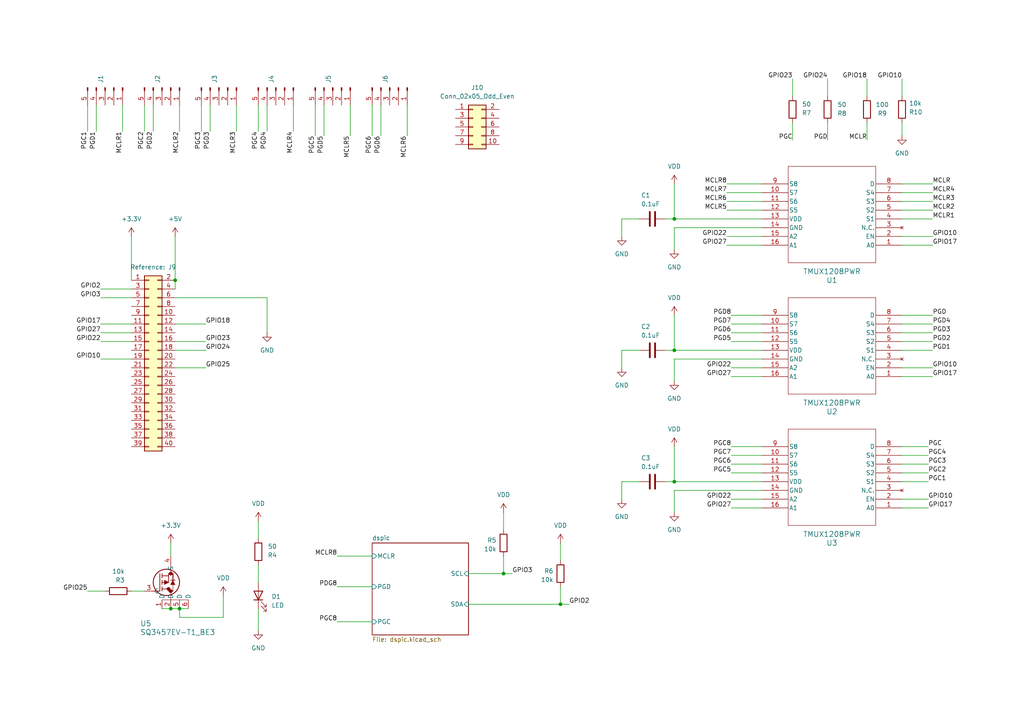
<source format=kicad_sch>
(kicad_sch (version 20231120) (generator "eeschema") (generator_version "8.0")
  (paper "A4")
  (lib_symbols
    (symbol "Connector:Conn_01x05_Pin" (pin_names (offset 1.016) hide)
      (property "Reference" "J" (at 0 7.62 0))
      (property "Value" "Conn_01x05_Pin" (at 0 -7.62 0))
      (symbol "Conn_01x05_Pin_1_1"
        (polyline (pts (xy 1.27 -5.08) (xy 0.8636 -5.08)) (stroke (width 0.1524)))
        (polyline (pts (xy 1.27 -2.54) (xy 0.8636 -2.54)) (stroke (width 0.1524)))
        (polyline (pts (xy 1.27 0) (xy 0.8636 0)) (stroke (width 0.1524)))
        (polyline (pts (xy 1.27 2.54) (xy 0.8636 2.54)) (stroke (width 0.1524)))
        (polyline (pts (xy 1.27 5.08) (xy 0.8636 5.08)) (stroke (width 0.1524)))
        (rectangle (start 0.8636 -4.953) (end 0 -5.207) (stroke (width 0.1524)) (fill (type outline)))
        (rectangle (start 0.8636 -2.413) (end 0 -2.667) (stroke (width 0.1524)) (fill (type outline)))
        (rectangle (start 0.8636 0.127) (end 0 -0.127) (stroke (width 0.1524)) (fill (type outline)))
        (rectangle (start 0.8636 2.667) (end 0 2.413) (stroke (width 0.1524)) (fill (type outline)))
        (rectangle (start 0.8636 5.207) (end 0 4.953) (stroke (width 0.1524)) (fill (type outline)))
        (pin passive line (at 5.08 5.08 180) (length 3.81) (name "Pin_1") (number "1"))
        (pin passive line (at 5.08 2.54 180) (length 3.81) (name "Pin_2") (number "2"))
        (pin passive line (at 5.08 0 180) (length 3.81) (name "Pin_3") (number "3"))
        (pin passive line (at 5.08 -2.54 180) (length 3.81) (name "Pin_4") (number "4"))
        (pin passive line (at 5.08 -5.08 180) (length 3.81) (name "Pin_5") (number "5"))
      )
    )
    (symbol "Connector_Generic:Conn_02x05_Odd_Even" (pin_names (offset 1.016) hide)
      (property "Reference" "J" (at 1.27 7.62 0))
      (property "Value" "Conn_02x05_Odd_Even" (at 1.27 -7.62 0))
      (symbol "Conn_02x05_Odd_Even_1_1"
        (rectangle (start -1.27 -4.953) (end 0 -5.207) (stroke (width 0.1524)))
        (rectangle (start -1.27 -2.413) (end 0 -2.667) (stroke (width 0.1524)))
        (rectangle (start -1.27 0.127) (end 0 -0.127) (stroke (width 0.1524)))
        (rectangle (start -1.27 2.667) (end 0 2.413) (stroke (width 0.1524)))
        (rectangle (start -1.27 5.207) (end 0 4.953) (stroke (width 0.1524)))
        (rectangle (start -1.27 6.35) (end 3.81 -6.35) (stroke (width 0.254)) (fill (type background)))
        (rectangle (start 3.81 -4.953) (end 2.54 -5.207) (stroke (width 0.1524)))
        (rectangle (start 3.81 -2.413) (end 2.54 -2.667) (stroke (width 0.1524)))
        (rectangle (start 3.81 0.127) (end 2.54 -0.127) (stroke (width 0.1524)))
        (rectangle (start 3.81 2.667) (end 2.54 2.413) (stroke (width 0.1524)))
        (rectangle (start 3.81 5.207) (end 2.54 4.953) (stroke (width 0.1524)))
        (pin passive line (at -5.08 5.08 0) (length 3.81) (name "Pin_1") (number "1"))
        (pin passive line (at 7.62 -5.08 180) (length 3.81) (name "Pin_10") (number "10"))
        (pin passive line (at 7.62 5.08 180) (length 3.81) (name "Pin_2") (number "2"))
        (pin passive line (at -5.08 2.54 0) (length 3.81) (name "Pin_3") (number "3"))
        (pin passive line (at 7.62 2.54 180) (length 3.81) (name "Pin_4") (number "4"))
        (pin passive line (at -5.08 0 0) (length 3.81) (name "Pin_5") (number "5"))
        (pin passive line (at 7.62 0 180) (length 3.81) (name "Pin_6") (number "6"))
        (pin passive line (at -5.08 -2.54 0) (length 3.81) (name "Pin_7") (number "7"))
        (pin passive line (at 7.62 -2.54 180) (length 3.81) (name "Pin_8") (number "8"))
        (pin passive line (at -5.08 -5.08 0) (length 3.81) (name "Pin_9") (number "9"))
      )
    )
    (symbol "Connector_Generic:Conn_02x20_Odd_Even" (pin_names (offset 1.016) hide)
      (property "Reference" "J" (at 1.27 25.4 0))
      (property "Value" "Conn_02x20_Odd_Even" (at 1.27 -27.94 0))
      (symbol "Conn_02x20_Odd_Even_1_1"
        (rectangle (start -1.27 -25.273) (end 0 -25.527) (stroke (width 0.1524)))
        (rectangle (start -1.27 -22.733) (end 0 -22.987) (stroke (width 0.1524)))
        (rectangle (start -1.27 -20.193) (end 0 -20.447) (stroke (width 0.1524)))
        (rectangle (start -1.27 -17.653) (end 0 -17.907) (stroke (width 0.1524)))
        (rectangle (start -1.27 -15.113) (end 0 -15.367) (stroke (width 0.1524)))
        (rectangle (start -1.27 -12.573) (end 0 -12.827) (stroke (width 0.1524)))
        (rectangle (start -1.27 -10.033) (end 0 -10.287) (stroke (width 0.1524)))
        (rectangle (start -1.27 -7.493) (end 0 -7.747) (stroke (width 0.1524)))
        (rectangle (start -1.27 -4.953) (end 0 -5.207) (stroke (width 0.1524)))
        (rectangle (start -1.27 -2.413) (end 0 -2.667) (stroke (width 0.1524)))
        (rectangle (start -1.27 0.127) (end 0 -0.127) (stroke (width 0.1524)))
        (rectangle (start -1.27 2.667) (end 0 2.413) (stroke (width 0.1524)))
        (rectangle (start -1.27 5.207) (end 0 4.953) (stroke (width 0.1524)))
        (rectangle (start -1.27 7.747) (end 0 7.493) (stroke (width 0.1524)))
        (rectangle (start -1.27 10.287) (end 0 10.033) (stroke (width 0.1524)))
        (rectangle (start -1.27 12.827) (end 0 12.573) (stroke (width 0.1524)))
        (rectangle (start -1.27 15.367) (end 0 15.113) (stroke (width 0.1524)))
        (rectangle (start -1.27 17.907) (end 0 17.653) (stroke (width 0.1524)))
        (rectangle (start -1.27 20.447) (end 0 20.193) (stroke (width 0.1524)))
        (rectangle (start -1.27 22.987) (end 0 22.733) (stroke (width 0.1524)))
        (rectangle (start -1.27 24.13) (end 3.81 -26.67) (stroke (width 0.254)) (fill (type background)))
        (rectangle (start 3.81 -25.273) (end 2.54 -25.527) (stroke (width 0.1524)))
        (rectangle (start 3.81 -22.733) (end 2.54 -22.987) (stroke (width 0.1524)))
        (rectangle (start 3.81 -20.193) (end 2.54 -20.447) (stroke (width 0.1524)))
        (rectangle (start 3.81 -17.653) (end 2.54 -17.907) (stroke (width 0.1524)))
        (rectangle (start 3.81 -15.113) (end 2.54 -15.367) (stroke (width 0.1524)))
        (rectangle (start 3.81 -12.573) (end 2.54 -12.827) (stroke (width 0.1524)))
        (rectangle (start 3.81 -10.033) (end 2.54 -10.287) (stroke (width 0.1524)))
        (rectangle (start 3.81 -7.493) (end 2.54 -7.747) (stroke (width 0.1524)))
        (rectangle (start 3.81 -4.953) (end 2.54 -5.207) (stroke (width 0.1524)))
        (rectangle (start 3.81 -2.413) (end 2.54 -2.667) (stroke (width 0.1524)))
        (rectangle (start 3.81 0.127) (end 2.54 -0.127) (stroke (width 0.1524)))
        (rectangle (start 3.81 2.667) (end 2.54 2.413) (stroke (width 0.1524)))
        (rectangle (start 3.81 5.207) (end 2.54 4.953) (stroke (width 0.1524)))
        (rectangle (start 3.81 7.747) (end 2.54 7.493) (stroke (width 0.1524)))
        (rectangle (start 3.81 10.287) (end 2.54 10.033) (stroke (width 0.1524)))
        (rectangle (start 3.81 12.827) (end 2.54 12.573) (stroke (width 0.1524)))
        (rectangle (start 3.81 15.367) (end 2.54 15.113) (stroke (width 0.1524)))
        (rectangle (start 3.81 17.907) (end 2.54 17.653) (stroke (width 0.1524)))
        (rectangle (start 3.81 20.447) (end 2.54 20.193) (stroke (width 0.1524)))
        (rectangle (start 3.81 22.987) (end 2.54 22.733) (stroke (width 0.1524)))
        (pin passive line (at -5.08 22.86 0) (length 3.81) (name "Pin_1") (number "1"))
        (pin passive line (at 7.62 12.7 180) (length 3.81) (name "Pin_10") (number "10"))
        (pin passive line (at -5.08 10.16 0) (length 3.81) (name "Pin_11") (number "11"))
        (pin passive line (at 7.62 10.16 180) (length 3.81) (name "Pin_12") (number "12"))
        (pin passive line (at -5.08 7.62 0) (length 3.81) (name "Pin_13") (number "13"))
        (pin passive line (at 7.62 7.62 180) (length 3.81) (name "Pin_14") (number "14"))
        (pin passive line (at -5.08 5.08 0) (length 3.81) (name "Pin_15") (number "15"))
        (pin passive line (at 7.62 5.08 180) (length 3.81) (name "Pin_16") (number "16"))
        (pin passive line (at -5.08 2.54 0) (length 3.81) (name "Pin_17") (number "17"))
        (pin passive line (at 7.62 2.54 180) (length 3.81) (name "Pin_18") (number "18"))
        (pin passive line (at -5.08 0 0) (length 3.81) (name "Pin_19") (number "19"))
        (pin passive line (at 7.62 22.86 180) (length 3.81) (name "Pin_2") (number "2"))
        (pin passive line (at 7.62 0 180) (length 3.81) (name "Pin_20") (number "20"))
        (pin passive line (at -5.08 -2.54 0) (length 3.81) (name "Pin_21") (number "21"))
        (pin passive line (at 7.62 -2.54 180) (length 3.81) (name "Pin_22") (number "22"))
        (pin passive line (at -5.08 -5.08 0) (length 3.81) (name "Pin_23") (number "23"))
        (pin passive line (at 7.62 -5.08 180) (length 3.81) (name "Pin_24") (number "24"))
        (pin passive line (at -5.08 -7.62 0) (length 3.81) (name "Pin_25") (number "25"))
        (pin passive line (at 7.62 -7.62 180) (length 3.81) (name "Pin_26") (number "26"))
        (pin passive line (at -5.08 -10.16 0) (length 3.81) (name "Pin_27") (number "27"))
        (pin passive line (at 7.62 -10.16 180) (length 3.81) (name "Pin_28") (number "28"))
        (pin passive line (at -5.08 -12.7 0) (length 3.81) (name "Pin_29") (number "29"))
        (pin passive line (at -5.08 20.32 0) (length 3.81) (name "Pin_3") (number "3"))
        (pin passive line (at 7.62 -12.7 180) (length 3.81) (name "Pin_30") (number "30"))
        (pin passive line (at -5.08 -15.24 0) (length 3.81) (name "Pin_31") (number "31"))
        (pin passive line (at 7.62 -15.24 180) (length 3.81) (name "Pin_32") (number "32"))
        (pin passive line (at -5.08 -17.78 0) (length 3.81) (name "Pin_33") (number "33"))
        (pin passive line (at 7.62 -17.78 180) (length 3.81) (name "Pin_34") (number "34"))
        (pin passive line (at -5.08 -20.32 0) (length 3.81) (name "Pin_35") (number "35"))
        (pin passive line (at 7.62 -20.32 180) (length 3.81) (name "Pin_36") (number "36"))
        (pin passive line (at -5.08 -22.86 0) (length 3.81) (name "Pin_37") (number "37"))
        (pin passive line (at 7.62 -22.86 180) (length 3.81) (name "Pin_38") (number "38"))
        (pin passive line (at -5.08 -25.4 0) (length 3.81) (name "Pin_39") (number "39"))
        (pin passive line (at 7.62 20.32 180) (length 3.81) (name "Pin_4") (number "4"))
        (pin passive line (at 7.62 -25.4 180) (length 3.81) (name "Pin_40") (number "40"))
        (pin passive line (at -5.08 17.78 0) (length 3.81) (name "Pin_5") (number "5"))
        (pin passive line (at 7.62 17.78 180) (length 3.81) (name "Pin_6") (number "6"))
        (pin passive line (at -5.08 15.24 0) (length 3.81) (name "Pin_7") (number "7"))
        (pin passive line (at 7.62 15.24 180) (length 3.81) (name "Pin_8") (number "8"))
        (pin passive line (at -5.08 12.7 0) (length 3.81) (name "Pin_9") (number "9"))
      )
    )
    (symbol "Device:C" (pin_numbers hide) (pin_names (offset 0.254))
      (property "Reference" "C" (at 0.635 2.54 0))
      (property "Value" "C" (at 0.635 -2.54 0))
      (symbol "C_0_1"
        (polyline (pts (xy -2.032 -0.762) (xy 2.032 -0.762)) (stroke (width 0.508)))
        (polyline (pts (xy -2.032 0.762) (xy 2.032 0.762)) (stroke (width 0.508)))
      )
      (symbol "C_1_1"
        (pin passive line (at 0 3.81 270) (length 2.794) (name "~") (number "1"))
        (pin passive line (at 0 -3.81 90) (length 2.794) (name "~") (number "2"))
      )
    )
    (symbol "Device:LED" (pin_numbers hide) (pin_names (offset 1.016) hide)
      (property "Reference" "D" (at 0 2.54 0))
      (property "Value" "LED" (at 0 -2.54 0))
      (symbol "LED_0_1"
        (polyline (pts (xy -1.27 -1.27) (xy -1.27 1.27)) (stroke (width 0.254)))
        (polyline (pts (xy -1.27 0) (xy 1.27 0)))
        (polyline (pts (xy 1.27 -1.27) (xy 1.27 1.27) (xy -1.27 0) (xy 1.27 -1.27)) (stroke (width 0.254)))
        (polyline (pts (xy -3.048 -0.762) (xy -4.572 -2.286) (xy -3.81 -2.286) (xy -4.572 -2.286) (xy -4.572 -1.524)))
        (polyline (pts (xy -1.778 -0.762) (xy -3.302 -2.286) (xy -2.54 -2.286) (xy -3.302 -2.286) (xy -3.302 -1.524)))
      )
      (symbol "LED_1_1"
        (pin passive line (at -3.81 0 0) (length 2.54) (name "K") (number "1"))
        (pin passive line (at 3.81 0 180) (length 2.54) (name "A") (number "2"))
      )
    )
    (symbol "Device:R" (pin_numbers hide) (pin_names (offset 0))
      (property "Reference" "R" (at 2.032 0 90))
      (property "Value" "R" (at 0 0 90))
      (symbol "R_0_1"
        (rectangle (start -1.016 -2.54) (end 1.016 2.54) (stroke (width 0.254)))
      )
      (symbol "R_1_1"
        (pin passive line (at 0 3.81 270) (length 1.27) (name "~") (number "1"))
        (pin passive line (at 0 -3.81 90) (length 1.27) (name "~") (number "2"))
      )
    )
    (symbol "MOSFET-P:SQ3457EV-T1_BE3" (pin_names (offset 0.254))
      (property "Reference" "U" (at 16.51 4.445 0))
      (property "Value" "SQ3457EV-T1_BE3" (at 16.51 0 0))
      (symbol "SQ3457EV-T1_BE3_0_1"
        (polyline (pts (xy 2.54 0) (xy 4.445 0)) (stroke (width 0.2032)))
        (polyline (pts (xy 4.445 0) (xy 4.445 5.08)) (stroke (width 0.2032)))
        (polyline (pts (xy 5.08 -2.54) (xy 12.7 -2.54)) (stroke (width 0.127)))
        (polyline (pts (xy 5.08 0) (xy 5.08 1.27)) (stroke (width 0.2032)))
        (polyline (pts (xy 5.08 0.635) (xy 6.985 0.635)) (stroke (width 0.2032)))
        (polyline (pts (xy 5.08 1.905) (xy 5.08 3.175)) (stroke (width 0.2032)))
        (polyline (pts (xy 5.08 3.81) (xy 5.08 5.08)) (stroke (width 0.2032)))
        (polyline (pts (xy 5.08 4.445) (xy 6.985 4.445)) (stroke (width 0.2032)))
        (polyline (pts (xy 5.715 2.54) (xy 5.08 2.54)) (stroke (width 0.2032)))
        (polyline (pts (xy 6.985 0) (xy 8.255 0)) (stroke (width 0.2032)))
        (polyline (pts (xy 6.985 4.445) (xy 6.985 2.54)) (stroke (width 0.2032)))
        (polyline (pts (xy 6.985 4.445) (xy 6.985 5.08)) (stroke (width 0.2032)))
        (polyline (pts (xy 6.985 5.08) (xy 8.255 5.08)) (stroke (width 0.2032)))
        (polyline (pts (xy 7.0104 0.635) (xy 6.985 0)) (stroke (width 0.127)))
        (polyline (pts (xy 7.62 -2.54) (xy 7.6454 0)) (stroke (width 0.127)))
        (polyline (pts (xy 7.62 7.62) (xy 7.6454 5.08)) (stroke (width 0.127)))
        (polyline (pts (xy 8.255 0) (xy 8.255 1.905)) (stroke (width 0.127)))
        (polyline (pts (xy 8.255 3.175) (xy 8.255 5.08)) (stroke (width 0.2032)))
        (polyline (pts (xy 8.255 5.08) (xy 8.255 3.175)) (stroke (width 0.2032)))
        (polyline (pts (xy 8.89 3.175) (xy 7.62 3.175)) (stroke (width 0.2032)))
        (polyline (pts (xy 5.715 1.905) (xy 6.985 2.54) (xy 5.715 3.175)) (fill (type outline)))
        (polyline (pts (xy 8.89 1.905) (xy 7.62 1.905) (xy 8.255 3.175)) (fill (type outline)))
        (circle (center 6.35 2.54) (radius 3.81) (stroke (width 0.254)))
        (circle (center 6.985 0.635) (radius 0.0254) (stroke (width 0.508)))
        (circle (center 7.62 0) (radius 0.0254) (stroke (width 0.508)))
        (circle (center 7.62 5.08) (radius 0.0254) (stroke (width 0.508)))
        (pin unspecified line (at 5.08 -5.08 90) (length 2.54) (name "D") (number "1"))
        (pin unspecified line (at 7.62 -5.08 90) (length 2.54) (name "D") (number "2"))
        (pin unspecified line (at 0 0 0) (length 2.54) (name "G") (number "3"))
        (pin unspecified line (at 7.62 10.16 270) (length 2.54) (name "S") (number "4"))
        (pin unspecified line (at 10.16 -5.08 90) (length 2.54) (name "D") (number "5"))
        (pin unspecified line (at 12.7 -5.08 90) (length 2.54) (name "D") (number "6"))
      )
    )
    (symbol "TMUX1208:TMUX1208PWR" (pin_names (offset 0.254))
      (property "Reference" "U" (at 20.32 10.16 0))
      (property "Value" "TMUX1208PWR" (at 20.32 7.62 0))
      (symbol "TMUX1208PWR_0_1"
        (polyline (pts (xy 7.62 -22.86) (xy 33.02 -22.86)) (stroke (width 0.127)))
        (polyline (pts (xy 7.62 5.08) (xy 7.62 -22.86)) (stroke (width 0.127)))
        (polyline (pts (xy 33.02 -22.86) (xy 33.02 5.08)) (stroke (width 0.127)))
        (polyline (pts (xy 33.02 5.08) (xy 7.62 5.08)) (stroke (width 0.127)))
        (pin bidirectional line (at 0 0 0) (length 7.62) (name "A0") (number "1"))
        (pin bidirectional line (at 40.64 -15.24 180) (length 7.62) (name "S7") (number "10"))
        (pin bidirectional line (at 40.64 -12.7 180) (length 7.62) (name "S6") (number "11"))
        (pin bidirectional line (at 40.64 -10.16 180) (length 7.62) (name "S5") (number "12"))
        (pin power_in line (at 40.64 -7.62 180) (length 7.62) (name "VDD") (number "13"))
        (pin power_out line (at 40.64 -5.08 180) (length 7.62) (name "GND") (number "14"))
        (pin bidirectional line (at 40.64 -2.54 180) (length 7.62) (name "A2") (number "15"))
        (pin bidirectional line (at 40.64 0 180) (length 7.62) (name "A1") (number "16"))
        (pin unspecified line (at 0 -2.54 0) (length 7.62) (name "EN") (number "2"))
        (pin no_connect line (at 0 -5.08 0) (length 7.62) (name "N.C.") (number "3"))
        (pin bidirectional line (at 0 -7.62 0) (length 7.62) (name "S1") (number "4"))
        (pin bidirectional line (at 0 -10.16 0) (length 7.62) (name "S2") (number "5"))
        (pin bidirectional line (at 0 -12.7 0) (length 7.62) (name "S3") (number "6"))
        (pin bidirectional line (at 0 -15.24 0) (length 7.62) (name "S4") (number "7"))
        (pin unspecified line (at 0 -17.78 0) (length 7.62) (name "D") (number "8"))
        (pin bidirectional line (at 40.64 -17.78 180) (length 7.62) (name "S8") (number "9"))
      )
    )
    (symbol "power:+3.3V" (power) (pin_numbers hide) (pin_names (offset 0) hide)
      (property "Value" "+3.3V" (at 0 3.556 0))
      (symbol "+3.3V_0_1"
        (polyline (pts (xy -0.762 1.27) (xy 0 2.54)))
        (polyline (pts (xy 0 0) (xy 0 2.54)))
        (polyline (pts (xy 0 2.54) (xy 0.762 1.27)))
      )
      (symbol "+3.3V_1_1"
        (pin power_in line (at 0 0 90) (length 0) (name "~") (number "1"))
      )
    )
    (symbol "power:+5V" (power) (pin_numbers hide) (pin_names (offset 0) hide)
      (property "Value" "+5V" (at 0 3.556 0))
      (symbol "+5V_0_1"
        (polyline (pts (xy -0.762 1.27) (xy 0 2.54)))
        (polyline (pts (xy 0 0) (xy 0 2.54)))
        (polyline (pts (xy 0 2.54) (xy 0.762 1.27)))
      )
      (symbol "+5V_1_1"
        (pin power_in line (at 0 0 90) (length 0) (name "~") (number "1"))
      )
    )
    (symbol "power:GND" (power) (pin_numbers hide) (pin_names (offset 0) hide)
      (property "Value" "GND" (at 0 -3.81 0))
      (symbol "GND_0_1"
        (polyline (pts (xy 0 0) (xy 0 -1.27) (xy 1.27 -1.27) (xy 0 -2.54) (xy -1.27 -1.27) (xy 0 -1.27)))
      )
      (symbol "GND_1_1"
        (pin power_in line (at 0 0 270) (length 0) (name "~") (number "1"))
      )
    )
    (symbol "power:VDD" (power) (pin_numbers hide) (pin_names (offset 0) hide)
      (property "Value" "VDD" (at 0 3.556 0))
      (symbol "VDD_0_1"
        (polyline (pts (xy -0.762 1.27) (xy 0 2.54)))
        (polyline (pts (xy 0 0) (xy 0 2.54)))
        (polyline (pts (xy 0 2.54) (xy 0.762 1.27)))
      )
      (symbol "VDD_1_1"
        (pin power_in line (at 0 0 90) (length 0) (name "~") (number "1"))
      )
    )
  )
  (junction (at 162.56 175.26))
  (junction (at 50.8 81.28))
  (junction (at 195.58 101.6))
  (junction (at 146.05 166.37))
  (junction (at 195.58 63.5))
  (junction (at 195.58 139.7))
  (junction (at 49.53 176.53))
  (junction (at 52.07 176.53))
  (wire (pts (xy 195.58 101.6) (xy 220.98 101.6)))
  (wire (pts (xy 77.47 30.48) (xy 77.47 38.1)))
  (wire (pts (xy 38.1 96.52) (xy 29.21 96.52)))
  (wire (pts (xy 269.24 129.54) (xy 261.62 129.54)))
  (wire (pts (xy 162.56 157.48) (xy 162.56 162.56)))
  (wire (pts (xy 180.34 139.7) (xy 180.34 144.78)))
  (wire (pts (xy 50.8 86.36) (xy 77.47 86.36)))
  (wire (pts (xy 180.34 63.5) (xy 180.34 68.58)))
  (wire (pts (xy 38.1 93.98) (xy 29.21 93.98)))
  (wire (pts (xy 107.95 30.48) (xy 107.95 39.37)))
  (wire (pts (xy 220.98 104.14) (xy 195.58 104.14)))
  (wire (pts (xy 64.77 179.07) (xy 52.07 179.07)))
  (wire (pts (xy 270.51 91.44) (xy 261.62 91.44)))
  (wire (pts (xy 118.11 30.48) (xy 118.11 39.37)))
  (wire (pts (xy 146.05 166.37) (xy 146.05 161.29)))
  (wire (pts (xy 270.51 71.12) (xy 261.62 71.12)))
  (wire (pts (xy 240.03 35.56) (xy 240.03 40.64)))
  (wire (pts (xy 195.58 104.14) (xy 195.58 110.49)))
  (wire (pts (xy 251.46 35.56) (xy 251.46 40.64)))
  (wire (pts (xy 229.87 22.86) (xy 229.87 27.94)))
  (wire (pts (xy 270.51 58.42) (xy 261.62 58.42)))
  (wire (pts (xy 135.89 166.37) (xy 146.05 166.37)))
  (wire (pts (xy 270.51 63.5) (xy 261.62 63.5)))
  (wire (pts (xy 91.44 30.48) (xy 91.44 39.37)))
  (wire (pts (xy 220.98 96.52) (xy 212.09 96.52)))
  (wire (pts (xy 220.98 109.22) (xy 212.09 109.22)))
  (wire (pts (xy 59.69 106.68) (xy 50.8 106.68)))
  (wire (pts (xy 35.56 30.48) (xy 35.56 38.1)))
  (wire (pts (xy 52.07 176.53) (xy 52.07 179.07)))
  (wire (pts (xy 49.53 176.53) (xy 52.07 176.53)))
  (wire (pts (xy 97.79 161.29) (xy 107.95 161.29)))
  (wire (pts (xy 135.89 175.26) (xy 162.56 175.26)))
  (wire (pts (xy 50.8 93.98) (xy 59.69 93.98)))
  (wire (pts (xy 240.03 22.86) (xy 240.03 27.94)))
  (wire (pts (xy 38.1 68.58) (xy 38.1 81.28)))
  (wire (pts (xy 77.47 86.36) (xy 77.47 96.52)))
  (wire (pts (xy 220.98 53.34) (xy 210.82 53.34)))
  (wire (pts (xy 74.93 151.13) (xy 74.93 156.21)))
  (wire (pts (xy 58.42 30.48) (xy 58.42 38.1)))
  (wire (pts (xy 195.58 142.24) (xy 195.58 148.59)))
  (wire (pts (xy 46.99 176.53) (xy 49.53 176.53)))
  (wire (pts (xy 146.05 166.37) (xy 148.59 166.37)))
  (wire (pts (xy 195.58 129.54) (xy 195.58 139.7)))
  (wire (pts (xy 180.34 139.7) (xy 185.42 139.7)))
  (wire (pts (xy 220.98 93.98) (xy 212.09 93.98)))
  (wire (pts (xy 270.51 99.06) (xy 261.62 99.06)))
  (wire (pts (xy 220.98 137.16) (xy 212.09 137.16)))
  (wire (pts (xy 220.98 142.24) (xy 195.58 142.24)))
  (wire (pts (xy 261.62 35.56) (xy 261.62 39.37)))
  (wire (pts (xy 74.93 163.83) (xy 74.93 168.91)))
  (wire (pts (xy 64.77 172.72) (xy 64.77 179.07)))
  (wire (pts (xy 50.8 81.28) (xy 50.8 83.82)))
  (wire (pts (xy 270.51 60.96) (xy 261.62 60.96)))
  (wire (pts (xy 270.51 68.58) (xy 261.62 68.58)))
  (wire (pts (xy 195.58 91.44) (xy 195.58 101.6)))
  (wire (pts (xy 220.98 147.32) (xy 212.09 147.32)))
  (wire (pts (xy 220.98 129.54) (xy 212.09 129.54)))
  (wire (pts (xy 27.94 30.48) (xy 27.94 38.1)))
  (wire (pts (xy 220.98 58.42) (xy 210.82 58.42)))
  (wire (pts (xy 220.98 91.44) (xy 212.09 91.44)))
  (wire (pts (xy 270.51 53.34) (xy 261.62 53.34)))
  (wire (pts (xy 29.21 99.06) (xy 38.1 99.06)))
  (wire (pts (xy 220.98 55.88) (xy 210.82 55.88)))
  (wire (pts (xy 25.4 171.45) (xy 30.48 171.45)))
  (wire (pts (xy 220.98 60.96) (xy 210.82 60.96)))
  (wire (pts (xy 52.07 176.53) (xy 54.61 176.53)))
  (wire (pts (xy 29.21 86.36) (xy 38.1 86.36)))
  (wire (pts (xy 220.98 144.78) (xy 212.09 144.78)))
  (wire (pts (xy 220.98 66.04) (xy 195.58 66.04)))
  (wire (pts (xy 261.62 22.86) (xy 261.62 27.94)))
  (wire (pts (xy 269.24 134.62) (xy 261.62 134.62)))
  (wire (pts (xy 195.58 139.7) (xy 220.98 139.7)))
  (wire (pts (xy 25.4 30.48) (xy 25.4 38.1)))
  (wire (pts (xy 29.21 83.82) (xy 38.1 83.82)))
  (wire (pts (xy 52.07 30.48) (xy 52.07 38.1)))
  (wire (pts (xy 101.6 30.48) (xy 101.6 39.37)))
  (wire (pts (xy 270.51 106.68) (xy 261.62 106.68)))
  (wire (pts (xy 261.62 101.6) (xy 270.51 101.6)))
  (wire (pts (xy 270.51 109.22) (xy 261.62 109.22)))
  (wire (pts (xy 269.24 132.08) (xy 261.62 132.08)))
  (wire (pts (xy 180.34 101.6) (xy 180.34 106.68)))
  (wire (pts (xy 195.58 66.04) (xy 195.58 72.39)))
  (wire (pts (xy 97.79 180.34) (xy 107.95 180.34)))
  (wire (pts (xy 193.04 63.5) (xy 195.58 63.5)))
  (wire (pts (xy 74.93 176.53) (xy 74.93 182.88)))
  (wire (pts (xy 269.24 147.32) (xy 261.62 147.32)))
  (wire (pts (xy 180.34 63.5) (xy 185.42 63.5)))
  (wire (pts (xy 220.98 132.08) (xy 212.09 132.08)))
  (wire (pts (xy 44.45 30.48) (xy 44.45 38.1)))
  (wire (pts (xy 162.56 175.26) (xy 165.1 175.26)))
  (wire (pts (xy 50.8 68.58) (xy 50.8 81.28)))
  (wire (pts (xy 220.98 134.62) (xy 212.09 134.62)))
  (wire (pts (xy 269.24 137.16) (xy 261.62 137.16)))
  (wire (pts (xy 97.79 170.18) (xy 107.95 170.18)))
  (wire (pts (xy 270.51 93.98) (xy 261.62 93.98)))
  (wire (pts (xy 93.98 30.48) (xy 93.98 39.37)))
  (wire (pts (xy 269.24 139.7) (xy 261.62 139.7)))
  (wire (pts (xy 49.53 157.48) (xy 49.53 161.29)))
  (wire (pts (xy 195.58 53.34) (xy 195.58 63.5)))
  (wire (pts (xy 220.98 68.58) (xy 210.82 68.58)))
  (wire (pts (xy 193.04 139.7) (xy 195.58 139.7)))
  (wire (pts (xy 270.51 55.88) (xy 261.62 55.88)))
  (wire (pts (xy 220.98 106.68) (xy 212.09 106.68)))
  (wire (pts (xy 220.98 99.06) (xy 212.09 99.06)))
  (wire (pts (xy 50.8 101.6) (xy 59.69 101.6)))
  (wire (pts (xy 110.49 30.48) (xy 110.49 39.37)))
  (wire (pts (xy 269.24 144.78) (xy 261.62 144.78)))
  (wire (pts (xy 74.93 30.48) (xy 74.93 38.1)))
  (wire (pts (xy 193.04 101.6) (xy 195.58 101.6)))
  (wire (pts (xy 229.87 35.56) (xy 229.87 40.64)))
  (wire (pts (xy 270.51 96.52) (xy 261.62 96.52)))
  (wire (pts (xy 195.58 63.5) (xy 220.98 63.5)))
  (wire (pts (xy 68.58 30.48) (xy 68.58 38.1)))
  (wire (pts (xy 60.96 30.48) (xy 60.96 38.1)))
  (wire (pts (xy 162.56 175.26) (xy 162.56 170.18)))
  (wire (pts (xy 50.8 99.06) (xy 59.69 99.06)))
  (wire (pts (xy 38.1 171.45) (xy 41.91 171.45)))
  (wire (pts (xy 180.34 101.6) (xy 185.42 101.6)))
  (wire (pts (xy 146.05 148.59) (xy 146.05 153.67)))
  (wire (pts (xy 220.98 71.12) (xy 210.82 71.12)))
  (wire (pts (xy 41.91 30.48) (xy 41.91 38.1)))
  (wire (pts (xy 29.21 104.14) (xy 38.1 104.14)))
  (wire (pts (xy 251.46 22.86) (xy 251.46 27.94)))
  (wire (pts (xy 85.09 30.48) (xy 85.09 38.1)))
  (label "PGC6" (at 212.09 134.62 180))
  (label "GPIO18" (at 251.46 22.86 180))
  (label "PGD7" (at 212.09 93.98 180))
  (label "PGD8" (at 212.09 91.44 180))
  (label "MCLR" (at 251.46 40.64 180))
  (label "GPIO25" (at 25.4 171.45 180))
  (label "MCLR4" (at 270.51 55.88 0))
  (label "PGD3" (at 270.51 96.52 0))
  (label "GPIO22" (at 212.09 106.68 180))
  (label "GPIO2" (at 165.1 175.26 0))
  (label "GPIO22" (at 210.82 68.58 180))
  (label "MCLR" (at 270.51 53.34 0))
  (label "MCLR3" (at 270.51 58.42 0))
  (label "PGC4" (at 74.93 38.1 270))
  (label "PGD" (at 240.03 40.64 180))
  (label "MCLR1" (at 270.51 63.5 0))
  (label "GPIO27" (at 212.09 109.22 180))
  (label "GPIO10" (at 269.24 144.78 0))
  (label "PGC8" (at 212.09 129.54 180))
  (label "PGD1" (at 27.94 38.1 270))
  (label "PGC2" (at 41.91 38.1 270))
  (label "MCLR2" (at 52.07 38.1 270))
  (label "MCLR8" (at 210.82 53.34 180))
  (label "PGC2" (at 269.24 137.16 0))
  (label "PGD4" (at 77.47 38.1 270))
  (label "GPIO22" (at 29.21 99.06 180))
  (label "PGD5" (at 212.09 99.06 180))
  (label "MCLR5" (at 210.82 60.96 180))
  (label "MCLR6" (at 210.82 58.42 180))
  (label "PGD6" (at 110.49 39.37 270))
  (label "MCLR6" (at 118.11 39.37 270))
  (label "GPIO27" (at 210.82 71.12 180))
  (label "PGC" (at 229.87 40.64 180))
  (label "PGC8" (at 97.79 180.34 180))
  (label "MCLR5" (at 101.6 39.37 270))
  (label "GPIO10" (at 29.21 104.14 180))
  (label "PGC3" (at 58.42 38.1 270))
  (label "PGD2" (at 44.45 38.1 270))
  (label "GPIO27" (at 29.21 96.52 180))
  (label "GPIO24" (at 59.69 101.6 0))
  (label "PGD1" (at 270.51 101.6 0))
  (label "PDG8" (at 97.79 170.18 180))
  (label "GPIO10" (at 270.51 106.68 0))
  (label "MCLR7" (at 210.82 55.88 180))
  (label "GPIO18" (at 59.69 93.98 0))
  (label "PGD4" (at 270.51 93.98 0))
  (label "PGD" (at 270.51 91.44 0))
  (label "PGC5" (at 212.09 137.16 180))
  (label "PGD3" (at 60.96 38.1 270))
  (label "PGC3" (at 269.24 134.62 0))
  (label "GPIO17" (at 270.51 109.22 0))
  (label "PGC1" (at 25.4 38.1 270))
  (label "GPIO3" (at 29.21 86.36 180))
  (label "GPIO22" (at 212.09 144.78 180))
  (label "GPIO17" (at 270.51 71.12 0))
  (label "PGC" (at 269.24 129.54 0))
  (label "GPIO2" (at 29.21 83.82 180))
  (label "PGC7" (at 212.09 132.08 180))
  (label "MCLR2" (at 270.51 60.96 0))
  (label "GPIO23" (at 229.87 22.86 180))
  (label "MCLR4" (at 85.09 38.1 270))
  (label "PGD2" (at 270.51 99.06 0))
  (label "PGD5" (at 93.98 39.37 270))
  (label "PGC6" (at 107.95 39.37 270))
  (label "GPIO10" (at 270.51 68.58 0))
  (label "PGD6" (at 212.09 96.52 180))
  (label "PGC5" (at 91.44 39.37 270))
  (label "GPIO10" (at 261.62 22.86 180))
  (label "GPIO3" (at 148.59 166.37 0))
  (label "MCLR8" (at 97.79 161.29 180))
  (label "GPIO17" (at 269.24 147.32 0))
  (label "GPIO25" (at 59.69 106.68 0))
  (label "GPIO24" (at 240.03 22.86 180))
  (label "PGC4" (at 269.24 132.08 0))
  (label "GPIO23" (at 59.69 99.06 0))
  (label "GPIO27" (at 212.09 147.32 180))
  (label "MCLR3" (at 68.58 38.1 270))
  (label "GPIO17" (at 29.21 93.98 180))
  (label "PGC1" (at 269.24 139.7 0))
  (label "MCLR1" (at 35.56 38.1 270))
  (symbol (lib_id "MOSFET-P:SQ3457EV-T1_BE3") (at 41.91 171.45 0) (unit 1)
    (property "Reference" "U5" (at 40.64 180.848 0) (effects (font (size 1.524 1.524)) (justify left)))
    (property "Value" "SQ3457EV-T1_BE3" (at 40.64 183.388 0) (effects (font (size 1.524 1.524)) (justify left)))
    (property "Footprint" "MOSFET-P:TSOP_7EV-T1_BE3_VIS" (effects (hide yes)))
    (property "Datasheet" "SQ3457EV-T1_BE3" (effects (hide yes)))
  )
  (symbol (lib_id "Connector:Conn_01x05_Pin") (at 96.52 25.4 270) (unit 1)
    (property "Reference" "J5" (at 95.2499 24.13 0) (effects (justify right)))
    (property "Value" "Conn_01x05_Pin" (effects (hide yes)))
    (property "Footprint" "Connector_Hirose:Hirose_DF13-05P-1.25DS_1x05_P1.25mm_Horizontal" (effects (hide yes)))
    (property "Description" "Generic connector, single row, 01x05, script generated" (effects (hide yes)))
  )
  (symbol (lib_id "power:VDD") (at 195.58 129.54 0) (unit 1)
    (property "Reference" "#PWR013" (effects (hide yes)))
    (property "Value" "VDD" (at 195.58 124.46 0))
    (property "Description" "Power symbol creates a global label with name \"VDD\"" (effects (hide yes)))
  )
  (symbol (lib_id "power:GND") (at 180.34 144.78 0) (unit 1)
    (property "Reference" "#PWR012" (effects (hide yes)))
    (property "Value" "GND" (at 180.34 149.86 0))
    (property "Description" "Power symbol creates a global label with name \"GND\" , ground" (effects (hide yes)))
  )
  (symbol (lib_id "power:GND") (at 77.47 96.52 0) (unit 1)
    (property "Reference" "#PWR06" (effects (hide yes)))
    (property "Value" "GND" (at 77.47 101.6 0))
    (property "Description" "Power symbol creates a global label with name \"GND\" , ground" (effects (hide yes)))
  )
  (symbol (lib_id "power:VDD") (at 64.77 172.72 0) (unit 1)
    (property "Reference" "#PWR020" (effects (hide yes)))
    (property "Value" "VDD" (at 64.77 167.64 0))
    (property "Description" "Power symbol creates a global label with name \"VDD\"" (effects (hide yes)))
  )
  (symbol (lib_id "power:VDD") (at 74.93 151.13 0) (unit 1)
    (property "Reference" "#PWR022" (effects (hide yes)))
    (property "Value" "VDD" (at 74.93 146.05 0))
    (property "Description" "Power symbol creates a global label with name \"VDD\"" (effects (hide yes)))
  )
  (symbol (lib_id "Device:R") (at 261.62 31.75 0) (unit 1)
    (property "Reference" "R10" (at 263.652 32.512 0) (effects (justify left)))
    (property "Value" "10k" (at 263.652 29.972 0) (effects (justify left)))
    (property "Footprint" "Resistor_SMD:R_0603_1608Metric" (effects (hide yes)))
    (property "Description" "Resistor" (effects (hide yes)))
  )
  (symbol (lib_id "TMUX1208:TMUX1208PWR") (at 261.62 71.12 180) (unit 1)
    (property "Reference" "U1" (at 241.3 81.28 0) (effects (font (size 1.524 1.524))))
    (property "Value" "TMUX1208PWR" (at 241.3 78.74 0) (effects (font (size 1.524 1.524))))
    (property "Footprint" "PW_16_TEX" (effects (hide yes)))
    (property "Datasheet" "TMUX1208PWR" (effects (hide yes)))
  )
  (symbol (lib_id "Connector_Generic:Conn_02x05_Odd_Even") (at 137.16 36.83 0) (unit 1)
    (property "Reference" "J10" (at 138.43 25.4 0))
    (property "Value" "Conn_02x05_Odd_Even" (at 138.43 27.94 0))
    (property "Footprint" "Connector_PinHeader_2.54mm:PinHeader_2x05_P2.54mm_Vertical" (effects (hide yes)))
    (property "Description" "Generic connector, double row, 02x05, odd/even pin numbering scheme (row 1 odd numbers, row 2 even numbers), script generated (kicad-library-utils/schlib/autogen/connector/)" (effects (hide yes)))
  )
  (symbol (lib_id "Connector_Generic:Conn_02x20_Odd_Even") (at 43.18 104.14 0) (unit 1)
    (property "Reference" "J9" (at 44.45 77.47 0) (show_name yes))
    (property "Value" "Conn_02x20_Odd_Even" (effects (hide yes)))
    (property "Footprint" "Connector_PinHeader_2.54mm:PinHeader_2x20_P2.54mm_Vertical" (effects (hide yes)))
    (property "Description" "Generic connector, double row, 02x20, odd/even pin numbering scheme (row 1 odd numbers, row 2 even numbers), script generated (kicad-library-utils/schlib/autogen/connector/)" (effects (hide yes)))
  )
  (symbol (lib_id "Connector:Conn_01x05_Pin") (at 80.01 25.4 270) (unit 1)
    (property "Reference" "J4" (at 78.7399 24.13 0) (effects (justify right)))
    (property "Value" "Conn_01x05_Pin" (effects (hide yes)))
    (property "Footprint" "Connector_Hirose:Hirose_DF13-05P-1.25DS_1x05_P1.25mm_Horizontal" (effects (hide yes)))
    (property "Description" "Generic connector, single row, 01x05, script generated" (effects (hide yes)))
  )
  (symbol (lib_id "Device:C") (at 189.23 63.5 90) (unit 1)
    (property "Reference" "C1" (at 185.928 56.642 90) (effects (justify right)))
    (property "Value" "0.1uF" (at 185.928 59.182 90) (effects (justify right)))
    (property "Footprint" "Capacitor_SMD:C_0402_1005Metric" (effects (hide yes)))
    (property "Description" "Unpolarized capacitor" (effects (hide yes)))
  )
  (symbol (lib_id "Connector:Conn_01x05_Pin") (at 113.03 25.4 270) (unit 1)
    (property "Reference" "J6" (at 111.7599 24.13 0) (effects (justify right)))
    (property "Value" "Conn_01x05_Pin" (effects (hide yes)))
    (property "Footprint" "Connector_Hirose:Hirose_DF13-05P-1.25DS_1x05_P1.25mm_Horizontal" (effects (hide yes)))
    (property "Description" "Generic connector, single row, 01x05, script generated" (effects (hide yes)))
  )
  (symbol (lib_id "Connector:Conn_01x05_Pin") (at 46.99 25.4 270) (unit 1)
    (property "Reference" "J2" (at 45.7199 24.13 0) (effects (justify right)))
    (property "Value" "Conn_01x05_Pin" (effects (hide yes)))
    (property "Footprint" "Connector_Hirose:Hirose_DF13-05P-1.25DS_1x05_P1.25mm_Horizontal" (effects (hide yes)))
    (property "Description" "Generic connector, single row, 01x05, script generated" (effects (hide yes)))
  )
  (symbol (lib_id "power:GND") (at 195.58 148.59 0) (unit 1)
    (property "Reference" "#PWR014" (effects (hide yes)))
    (property "Value" "GND" (at 195.58 153.67 0))
    (property "Description" "Power symbol creates a global label with name \"GND\" , ground" (effects (hide yes)))
  )
  (symbol (lib_id "power:+3.3V") (at 38.1 68.58 0) (unit 1)
    (property "Reference" "#PWR07" (effects (hide yes)))
    (property "Value" "+3.3V" (at 38.1 63.5 0))
    (property "Description" "Power symbol creates a global label with name \"+3.3V\"" (effects (hide yes)))
  )
  (symbol (lib_id "power:GND") (at 261.62 39.37 0) (unit 1)
    (property "Reference" "#PWR05" (effects (hide yes)))
    (property "Value" "GND" (at 261.62 44.45 0))
    (property "Description" "Power symbol creates a global label with name \"GND\" , ground" (effects (hide yes)))
  )
  (symbol (lib_id "Device:R") (at 146.05 157.48 180) (unit 1)
    (property "Reference" "R5" (at 144.018 156.718 0) (effects (justify left)))
    (property "Value" "10k" (at 144.018 159.258 0) (effects (justify left)))
    (property "Footprint" "Resistor_SMD:R_0603_1608Metric" (effects (hide yes)))
    (property "Description" "Resistor" (effects (hide yes)))
  )
  (symbol (lib_id "Connector:Conn_01x05_Pin") (at 30.48 25.4 270) (unit 1)
    (property "Reference" "J1" (at 29.2099 24.13 0) (effects (justify right)))
    (property "Value" "Conn_01x05_Pin" (effects (hide yes)))
    (property "Footprint" "Connector_Hirose:Hirose_DF13-05P-1.25DS_1x05_P1.25mm_Horizontal" (effects (hide yes)))
    (property "Description" "Generic connector, single row, 01x05, script generated" (effects (hide yes)))
  )
  (symbol (lib_id "Device:R") (at 34.29 171.45 90) (unit 1)
    (property "Reference" "R3" (at 36.195 168.2751 90) (effects (justify left)))
    (property "Value" "10k" (at 36.195 165.7351 90) (effects (justify left)))
    (property "Footprint" "Resistor_SMD:R_0603_1608Metric" (effects (hide yes)))
    (property "Description" "Resistor" (effects (hide yes)))
  )
  (symbol (lib_id "power:VDD") (at 162.56 157.48 0) (unit 1)
    (property "Reference" "#PWR026" (effects (hide yes)))
    (property "Value" "VDD" (at 162.56 152.4 0))
    (property "Description" "Power symbol creates a global label with name \"VDD\"" (effects (hide yes)))
  )
  (symbol (lib_id "Device:C") (at 189.23 101.6 90) (unit 1)
    (property "Reference" "C2" (at 185.928 94.742 90) (effects (justify right)))
    (property "Value" "0.1uF" (at 185.928 97.282 90) (effects (justify right)))
    (property "Footprint" "Capacitor_SMD:C_0402_1005Metric" (effects (hide yes)))
    (property "Description" "Unpolarized capacitor" (effects (hide yes)))
  )
  (symbol (lib_id "power:GND") (at 74.93 182.88 0) (unit 1)
    (property "Reference" "#PWR023" (effects (hide yes)))
    (property "Value" "GND" (at 74.93 187.96 0))
    (property "Description" "Power symbol creates a global label with name \"GND\" , ground" (effects (hide yes)))
  )
  (symbol (lib_id "Device:C") (at 189.23 139.7 90) (unit 1)
    (property "Reference" "C3" (at 185.928 132.842 90) (effects (justify right)))
    (property "Value" "0.1uF" (at 185.928 135.382 90) (effects (justify right)))
    (property "Footprint" "Capacitor_SMD:C_0402_1005Metric" (effects (hide yes)))
    (property "Description" "Unpolarized capacitor" (effects (hide yes)))
  )
  (symbol (lib_id "power:GND") (at 180.34 106.68 0) (unit 1)
    (property "Reference" "#PWR04" (effects (hide yes)))
    (property "Value" "GND" (at 180.34 111.76 0))
    (property "Description" "Power symbol creates a global label with name \"GND\" , ground" (effects (hide yes)))
  )
  (symbol (lib_id "power:GND") (at 195.58 72.39 0) (unit 1)
    (property "Reference" "#PWR03" (effects (hide yes)))
    (property "Value" "GND" (at 195.58 77.47 0))
    (property "Description" "Power symbol creates a global label with name \"GND\" , ground" (effects (hide yes)))
  )
  (symbol (lib_id "power:GND") (at 195.58 110.49 0) (unit 1)
    (property "Reference" "#PWR010" (effects (hide yes)))
    (property "Value" "GND" (at 195.58 115.57 0))
    (property "Description" "Power symbol creates a global label with name \"GND\" , ground" (effects (hide yes)))
  )
  (symbol (lib_id "power:GND") (at 180.34 68.58 0) (unit 1)
    (property "Reference" "#PWR011" (effects (hide yes)))
    (property "Value" "GND" (at 180.34 73.66 0))
    (property "Description" "Power symbol creates a global label with name \"GND\" , ground" (effects (hide yes)))
  )
  (symbol (lib_id "power:VDD") (at 195.58 91.44 0) (unit 1)
    (property "Reference" "#PWR09" (effects (hide yes)))
    (property "Value" "VDD" (at 195.58 86.36 0))
    (property "Description" "Power symbol creates a global label with name \"VDD\"" (effects (hide yes)))
  )
  (symbol (lib_id "Device:R") (at 162.56 166.37 180) (unit 1)
    (property "Reference" "R6" (at 160.528 165.608 0) (effects (justify left)))
    (property "Value" "10k" (at 160.528 168.148 0) (effects (justify left)))
    (property "Footprint" "Resistor_SMD:R_0603_1608Metric" (effects (hide yes)))
    (property "Description" "Resistor" (effects (hide yes)))
  )
  (symbol (lib_id "Device:R") (at 240.03 31.75 180) (unit 1)
    (property "Reference" "R8" (at 244.221 32.893 0))
    (property "Value" "50" (at 244.221 30.353 0))
    (property "Footprint" "Resistor_SMD:R_0603_1608Metric" (effects (hide yes)))
    (property "Description" "Resistor" (effects (hide yes)))
  )
  (symbol (lib_id "power:VDD") (at 146.05 148.59 0) (unit 1)
    (property "Reference" "#PWR024" (effects (hide yes)))
    (property "Value" "VDD" (at 146.05 143.51 0))
    (property "Description" "Power symbol creates a global label with name \"VDD\"" (effects (hide yes)))
  )
  (symbol (lib_id "Device:LED") (at 74.93 172.72 90) (unit 1)
    (property "Reference" "D1" (at 78.74 173.0374 90) (effects (justify right)))
    (property "Value" "LED" (at 78.74 175.5774 90) (effects (justify right)))
    (property "Footprint" "LED_SMD:LED_0805_2012Metric" (effects (hide yes)))
    (property "Description" "Light emitting diode" (effects (hide yes)))
  )
  (symbol (lib_id "Connector:Conn_01x05_Pin") (at 63.5 25.4 270) (unit 1)
    (property "Reference" "J3" (at 62.2299 24.13 0) (effects (justify right)))
    (property "Value" "Conn_01x05_Pin" (effects (hide yes)))
    (property "Footprint" "Connector_Hirose:Hirose_DF13-05P-1.25DS_1x05_P1.25mm_Horizontal" (effects (hide yes)))
    (property "Description" "Generic connector, single row, 01x05, script generated" (effects (hide yes)))
  )
  (symbol (lib_id "power:+5V") (at 50.8 68.58 0) (unit 1)
    (property "Reference" "#PWR08" (effects (hide yes)))
    (property "Value" "+5V" (at 50.8 63.5 0))
    (property "Description" "Power symbol creates a global label with name \"+5V\"" (effects (hide yes)))
  )
  (symbol (lib_id "Device:R") (at 251.46 31.75 180) (unit 1)
    (property "Reference" "R9" (at 255.905 32.893 0))
    (property "Value" "100" (at 255.905 30.353 0))
    (property "Footprint" "Resistor_SMD:R_0603_1608Metric" (effects (hide yes)))
    (property "Description" "Resistor" (effects (hide yes)))
  )
  (symbol (lib_id "TMUX1208:TMUX1208PWR") (at 261.62 109.22 180) (unit 1)
    (property "Reference" "U2" (at 241.3 119.38 0) (effects (font (size 1.524 1.524))))
    (property "Value" "TMUX1208PWR" (at 241.3 116.84 0) (effects (font (size 1.524 1.524))))
    (property "Footprint" "PW_16_TEX" (effects (hide yes)))
    (property "Datasheet" "TMUX1208PWR" (effects (hide yes)))
  )
  (symbol (lib_id "TMUX1208:TMUX1208PWR") (at 261.62 147.32 180) (unit 1)
    (property "Reference" "U3" (at 241.3 157.48 0) (effects (font (size 1.524 1.524))))
    (property "Value" "TMUX1208PWR" (at 241.3 154.94 0) (effects (font (size 1.524 1.524))))
    (property "Footprint" "PW_16_TEX" (effects (hide yes)))
    (property "Datasheet" "TMUX1208PWR" (effects (hide yes)))
  )
  (symbol (lib_id "power:+3.3V") (at 49.53 157.48 0) (unit 1)
    (property "Reference" "#PWR019" (effects (hide yes)))
    (property "Value" "+3.3V" (at 49.53 152.4 0))
    (property "Description" "Power symbol creates a global label with name \"+3.3V\"" (effects (hide yes)))
  )
  (symbol (lib_id "Device:R") (at 229.87 31.75 180) (unit 1)
    (property "Reference" "R7" (at 233.934 32.766 0))
    (property "Value" "50" (at 233.934 30.226 0))
    (property "Footprint" "Resistor_SMD:R_0603_1608Metric" (effects (hide yes)))
    (property "Description" "Resistor" (effects (hide yes)))
  )
  (symbol (lib_id "Device:R") (at 74.93 160.02 180) (unit 1)
    (property "Reference" "R4" (at 78.994 161.036 0))
    (property "Value" "50" (at 78.994 158.496 0))
    (property "Footprint" "Resistor_SMD:R_0603_1608Metric" (effects (hide yes)))
    (property "Description" "Resistor" (effects (hide yes)))
  )
  (symbol (lib_id "power:VDD") (at 195.58 53.34 0) (unit 1)
    (property "Reference" "#PWR02" (effects (hide yes)))
    (property "Value" "VDD" (at 195.58 48.26 0))
    (property "Description" "Power symbol creates a global label with name \"VDD\"" (effects (hide yes)))
  )
  (sheet (at 107.95 157.48) (size 27.94 26.67) (stroke (width 0.1524))
    (property "Sheetname" "dspic" (at 107.95 156.7684 0) (effects (justify left bottom)))
    (property "Sheetfile" "dspic.kicad_sch" (at 107.95 184.7346 0) (effects (justify left top)))
    (pin "PGD" input (at 107.95 170.18 180))
    (pin "MCLR" input (at 107.95 161.29 180))
    (pin "PGC" input (at 107.95 180.34 180))
    (pin "SCL" input (at 135.89 166.37 0))
    (pin "SDA" input (at 135.89 175.26 0))
  )
)
</source>
